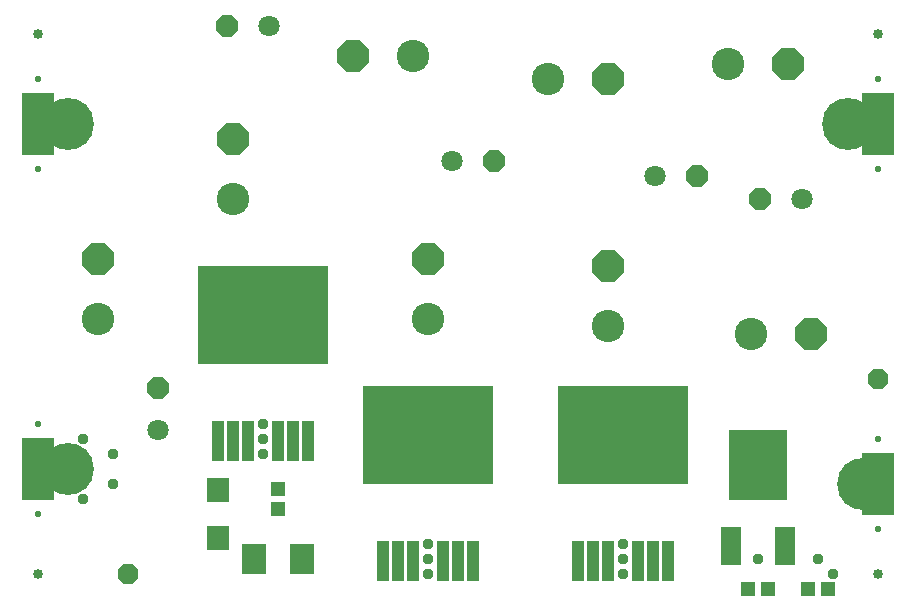
<source format=gts>
G75*
%MOIN*%
%OFA0B0*%
%FSLAX25Y25*%
%IPPOS*%
%LPD*%
%AMOC8*
5,1,8,0,0,1.08239X$1,22.5*
%
%ADD10C,0.03359*%
%ADD11OC8,0.06800*%
%ADD12OC8,0.07100*%
%ADD13C,0.07100*%
%ADD14R,0.04343X0.13398*%
%ADD15R,0.43320X0.32887*%
%ADD16R,0.05131X0.04737*%
%ADD17R,0.04737X0.05131*%
%ADD18R,0.07887X0.10249*%
%ADD19R,0.07099X0.12611*%
%ADD20R,0.19800X0.23300*%
%ADD21R,0.07493X0.07887*%
%ADD22C,0.10800*%
%ADD23OC8,0.10800*%
%ADD24R,0.10800X0.20800*%
%ADD25C,0.02178*%
%ADD26C,0.17300*%
%ADD27C,0.03778*%
D10*
X0011500Y0015167D03*
X0291500Y0015167D03*
X0291500Y0195167D03*
X0011500Y0195167D03*
D11*
X0291500Y0080167D03*
X0041500Y0015167D03*
D12*
X0051500Y0077167D03*
X0163500Y0152667D03*
X0231000Y0147667D03*
X0252000Y0140167D03*
X0074500Y0197667D03*
D13*
X0088500Y0197667D03*
X0149500Y0152667D03*
X0217000Y0147667D03*
X0266000Y0140167D03*
X0051500Y0063167D03*
D14*
X0071500Y0059340D03*
X0076500Y0059340D03*
X0081500Y0059340D03*
X0091500Y0059340D03*
X0096500Y0059340D03*
X0101500Y0059340D03*
X0126500Y0019340D03*
X0131500Y0019340D03*
X0136500Y0019340D03*
X0146500Y0019340D03*
X0151500Y0019340D03*
X0156500Y0019340D03*
X0191500Y0019340D03*
X0196500Y0019340D03*
X0201500Y0019340D03*
X0211500Y0019340D03*
X0216500Y0019340D03*
X0221500Y0019340D03*
D15*
X0206500Y0061308D03*
X0141500Y0061308D03*
X0086500Y0101308D03*
D16*
X0091500Y0043513D03*
X0091500Y0036820D03*
D17*
X0248154Y0010167D03*
X0254846Y0010167D03*
X0268154Y0010167D03*
X0274846Y0010167D03*
D18*
X0099472Y0020167D03*
X0083528Y0020167D03*
D19*
X0242524Y0024261D03*
X0260476Y0024261D03*
D20*
X0251500Y0051419D03*
D21*
X0071500Y0043238D03*
X0071500Y0027096D03*
D22*
X0031500Y0100167D03*
X0076500Y0140167D03*
X0141500Y0100167D03*
X0201500Y0097667D03*
X0249000Y0095167D03*
X0181500Y0180167D03*
X0136500Y0187667D03*
X0241500Y0185167D03*
D23*
X0261500Y0185167D03*
X0201500Y0180167D03*
X0116500Y0187667D03*
X0076500Y0160167D03*
X0031500Y0120167D03*
X0141500Y0120167D03*
X0201500Y0117667D03*
X0269000Y0095167D03*
D24*
X0291500Y0045167D03*
X0291500Y0165167D03*
X0011500Y0165167D03*
X0011500Y0050167D03*
D25*
X0011500Y0065167D03*
X0011500Y0035167D03*
X0011500Y0150167D03*
X0011500Y0180167D03*
X0291500Y0180167D03*
X0291500Y0150167D03*
X0291500Y0060167D03*
X0291500Y0030167D03*
D26*
X0286500Y0045167D03*
X0281500Y0165167D03*
X0021500Y0165167D03*
X0021500Y0050167D03*
D27*
X0026500Y0050167D03*
X0036500Y0055167D03*
X0026500Y0060167D03*
X0036500Y0045167D03*
X0026500Y0040167D03*
X0086500Y0055167D03*
X0086500Y0060167D03*
X0086500Y0065167D03*
X0141500Y0025167D03*
X0141500Y0020167D03*
X0141500Y0015167D03*
X0206500Y0015167D03*
X0206500Y0020167D03*
X0206500Y0025167D03*
X0251500Y0020167D03*
X0271500Y0020167D03*
X0276500Y0015167D03*
M02*

</source>
